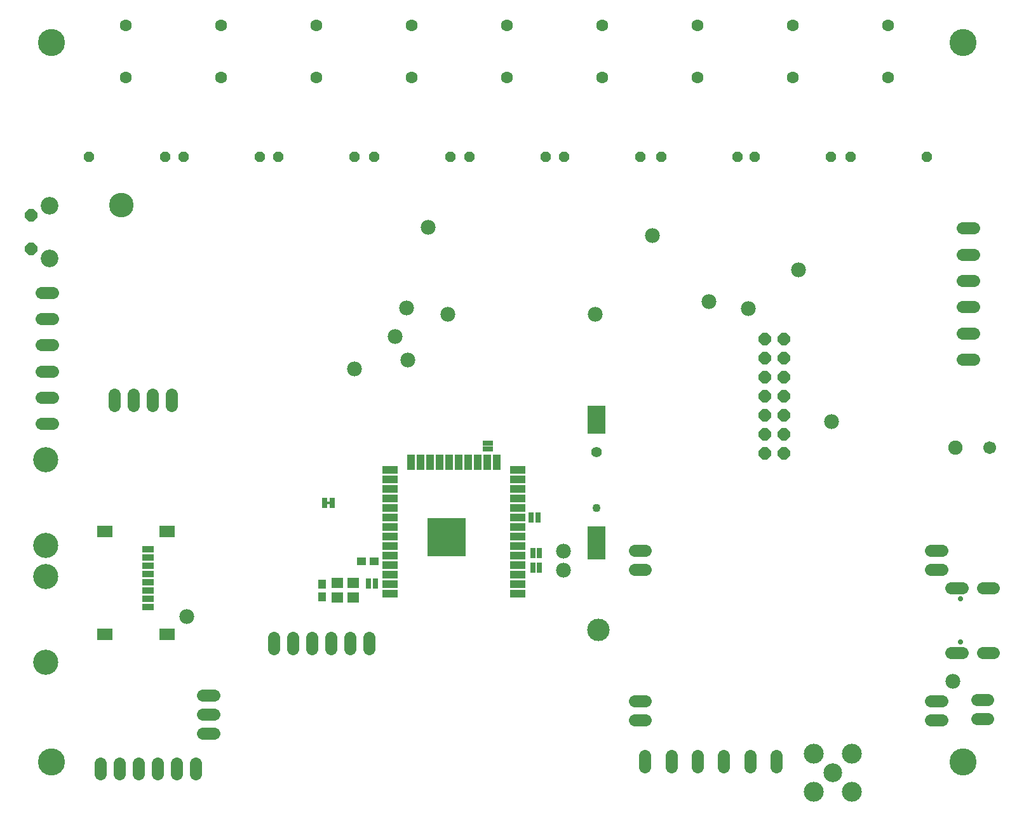
<source format=gbr>
G04 EAGLE Gerber RS-274X export*
G75*
%MOMM*%
%FSLAX34Y34*%
%LPD*%
%INSoldermask Bottom*%
%IPPOS*%
%AMOC8*
5,1,8,0,0,1.08239X$1,22.5*%
G01*
%ADD10C,3.601600*%
%ADD11C,3.281600*%
%ADD12C,1.601600*%
%ADD13C,1.601600*%
%ADD14C,1.701600*%
%ADD15C,1.901600*%
%ADD16C,3.351600*%
%ADD17C,3.001600*%
%ADD18P,1.429621X8X22.500000*%
%ADD19R,5.101600X5.101600*%
%ADD20R,2.101600X1.001600*%
%ADD21R,1.001600X2.101600*%
%ADD22R,1.201600X1.101600*%
%ADD23C,1.981200*%
%ADD24R,1.371600X0.736600*%
%ADD25R,0.736600X1.371600*%
%ADD26R,1.601600X1.401600*%
%ADD27R,1.101600X1.201600*%
%ADD28C,0.701600*%
%ADD29R,2.401600X4.401600*%
%ADD30R,2.401600X3.761600*%
%ADD31C,1.401600*%
%ADD32C,1.101600*%
%ADD33P,1.759533X8X292.500000*%
%ADD34C,2.349500*%
%ADD35R,2.101600X1.551600*%
%ADD36R,1.601600X0.901600*%
%ADD37C,2.501600*%
%ADD38C,2.651600*%

G36*
X420717Y393268D02*
X420717Y393268D01*
X420783Y393270D01*
X420827Y393288D01*
X420873Y393296D01*
X420930Y393330D01*
X420991Y393355D01*
X421026Y393386D01*
X421066Y393410D01*
X421108Y393462D01*
X421157Y393506D01*
X421178Y393548D01*
X421208Y393585D01*
X421229Y393647D01*
X421259Y393706D01*
X421267Y393760D01*
X421280Y393797D01*
X421279Y393837D01*
X421287Y393891D01*
X421287Y396431D01*
X421275Y396496D01*
X421273Y396561D01*
X421255Y396605D01*
X421247Y396652D01*
X421214Y396709D01*
X421189Y396769D01*
X421157Y396804D01*
X421133Y396845D01*
X421082Y396886D01*
X421037Y396935D01*
X420995Y396957D01*
X420959Y396986D01*
X420896Y397007D01*
X420838Y397038D01*
X420783Y397046D01*
X420746Y397058D01*
X420707Y397057D01*
X420652Y397065D01*
X416842Y397065D01*
X416778Y397054D01*
X416712Y397052D01*
X416668Y397034D01*
X416622Y397026D01*
X416565Y396992D01*
X416504Y396967D01*
X416469Y396935D01*
X416428Y396911D01*
X416387Y396860D01*
X416338Y396816D01*
X416317Y396774D01*
X416287Y396737D01*
X416266Y396675D01*
X416236Y396616D01*
X416228Y396562D01*
X416215Y396525D01*
X416215Y396522D01*
X416216Y396485D01*
X416208Y396431D01*
X416208Y393891D01*
X416220Y393826D01*
X416222Y393760D01*
X416240Y393717D01*
X416248Y393670D01*
X416281Y393613D01*
X416306Y393552D01*
X416338Y393518D01*
X416362Y393477D01*
X416413Y393435D01*
X416457Y393387D01*
X416500Y393365D01*
X416536Y393336D01*
X416598Y393314D01*
X416657Y393284D01*
X416712Y393276D01*
X416749Y393264D01*
X416788Y393265D01*
X416842Y393257D01*
X420652Y393257D01*
X420717Y393268D01*
G37*
D10*
X1265000Y1008500D03*
X49500Y1008500D03*
X49500Y49500D03*
X1265000Y49500D03*
D11*
X143000Y792000D03*
D12*
X1283150Y107125D02*
X1298150Y107125D01*
X1298150Y132525D02*
X1283150Y132525D01*
D13*
X149000Y1032000D03*
X149000Y962000D03*
X276000Y1032000D03*
X276000Y962000D03*
X403000Y1032000D03*
X403000Y962000D03*
X784000Y1032000D03*
X784000Y962000D03*
X657000Y1032000D03*
X657000Y962000D03*
X530000Y1032000D03*
X530000Y962000D03*
X911000Y1032000D03*
X911000Y962000D03*
X1038000Y1032000D03*
X1038000Y962000D03*
X1165000Y1032000D03*
X1165000Y962000D03*
D14*
X1300000Y469000D03*
D15*
X1255000Y469000D03*
D16*
X42500Y452762D03*
X42500Y338462D03*
D17*
X778842Y225878D03*
D12*
X826705Y305821D02*
X841705Y305821D01*
X1221705Y305821D02*
X1236705Y305821D01*
X841705Y130821D02*
X826705Y130821D01*
X1221705Y130821D02*
X1236705Y130821D01*
X841705Y331221D02*
X826705Y331221D01*
X1221705Y105421D02*
X1236705Y105421D01*
X841705Y105421D02*
X826705Y105421D01*
X1221705Y331221D02*
X1236705Y331221D01*
D18*
X99426Y856405D03*
X201026Y856405D03*
X225951Y856405D03*
X327551Y856405D03*
X352419Y856405D03*
X454019Y856405D03*
X733200Y856405D03*
X834800Y856405D03*
X606811Y856405D03*
X708411Y856405D03*
X480097Y856405D03*
X581697Y856405D03*
X862179Y856405D03*
X963779Y856405D03*
X987246Y856405D03*
X1088846Y856405D03*
X1115083Y856405D03*
X1216683Y856405D03*
D19*
X576260Y348925D03*
D20*
X501260Y273925D03*
X501260Y286625D03*
X501260Y299325D03*
X501260Y312025D03*
X501260Y324725D03*
X501260Y337425D03*
X501260Y350125D03*
X501260Y362825D03*
X501260Y375525D03*
X501260Y388225D03*
X501260Y400925D03*
X501260Y413625D03*
X501260Y426325D03*
X501260Y439025D03*
D21*
X529110Y449025D03*
X541810Y449025D03*
X554510Y449025D03*
X567210Y449025D03*
X579910Y449025D03*
X592610Y449025D03*
X605310Y449025D03*
X618010Y449025D03*
X630710Y449025D03*
X643410Y449025D03*
D20*
X671260Y439025D03*
X671260Y426325D03*
X671260Y413625D03*
X671260Y400925D03*
X671260Y388225D03*
X671260Y375525D03*
X671260Y362825D03*
X671260Y350125D03*
X671260Y337425D03*
X671260Y324725D03*
X671260Y312025D03*
X671260Y299325D03*
X671260Y286625D03*
X671260Y273925D03*
D22*
X463195Y317250D03*
X480195Y317250D03*
D23*
X731799Y304967D03*
X731799Y330367D03*
D24*
X631027Y466863D03*
X631027Y474991D03*
D25*
X700402Y308392D03*
X691402Y308392D03*
X700406Y328383D03*
X691406Y328383D03*
D26*
X451867Y288277D03*
X451867Y269277D03*
X431002Y288277D03*
X431002Y269277D03*
D27*
X410785Y286365D03*
X410785Y269365D03*
D12*
X1249000Y195300D02*
X1264000Y195300D01*
D28*
X1261500Y209600D03*
X1261500Y267400D03*
D12*
X1264000Y281800D02*
X1249000Y281800D01*
X1290800Y195300D02*
X1305800Y195300D01*
X1305800Y281800D02*
X1290800Y281800D01*
D16*
X42500Y296762D03*
X42500Y182462D03*
D25*
X481540Y287155D03*
X472540Y287155D03*
X689142Y375370D03*
X698142Y375370D03*
D12*
X133900Y524500D02*
X133900Y539500D01*
X159300Y539500D02*
X159300Y524500D01*
X184700Y524500D02*
X184700Y539500D01*
X210100Y539500D02*
X210100Y524500D01*
D29*
X776071Y341577D03*
D30*
X776071Y505990D03*
D31*
X776071Y463035D03*
D32*
X776071Y388035D03*
D12*
X345953Y215577D02*
X345953Y200577D01*
X371353Y200577D02*
X371353Y215577D01*
X396753Y215577D02*
X396753Y200577D01*
X422153Y200577D02*
X422153Y215577D01*
X447553Y215577D02*
X447553Y200577D01*
X472953Y200577D02*
X472953Y215577D01*
D33*
X22506Y778971D03*
X22506Y733759D03*
D34*
X47398Y791417D03*
X47398Y721313D03*
D35*
X204286Y357263D03*
X204286Y219763D03*
X121286Y357263D03*
X121286Y219763D03*
D36*
X178286Y256463D03*
X178286Y267463D03*
X178286Y278463D03*
X178286Y289463D03*
X178286Y300463D03*
X178286Y311463D03*
X178286Y322463D03*
X178286Y333463D03*
D12*
X1264303Y656441D02*
X1279303Y656441D01*
X1279303Y621441D02*
X1264303Y621441D01*
X1264303Y586441D02*
X1279303Y586441D01*
X1279303Y691441D02*
X1264303Y691441D01*
X1264303Y726441D02*
X1279303Y726441D01*
X1279303Y761441D02*
X1264303Y761441D01*
X51470Y605510D02*
X36470Y605510D01*
X36470Y640510D02*
X51470Y640510D01*
X51470Y675510D02*
X36470Y675510D01*
X36470Y570510D02*
X51470Y570510D01*
X51470Y535510D02*
X36470Y535510D01*
X36470Y500510D02*
X51470Y500510D01*
X910870Y57820D02*
X910870Y42820D01*
X875870Y42820D02*
X875870Y57820D01*
X840870Y57820D02*
X840870Y42820D01*
X945870Y42820D02*
X945870Y57820D01*
X980870Y57820D02*
X980870Y42820D01*
X1015870Y42820D02*
X1015870Y57820D01*
X114760Y48248D02*
X114760Y33248D01*
X140160Y33248D02*
X140160Y48248D01*
X165560Y48248D02*
X165560Y33248D01*
X190960Y33248D02*
X190960Y48248D01*
X216360Y48248D02*
X216360Y33248D01*
X241760Y33248D02*
X241760Y48248D01*
D23*
X578471Y646481D03*
X229843Y243741D03*
X850326Y751378D03*
X551894Y762572D03*
X1045327Y706120D03*
D25*
X413667Y395161D03*
X423827Y395161D03*
D23*
X1251577Y157488D03*
X1089303Y503535D03*
D12*
X266340Y138406D02*
X251340Y138406D01*
X251340Y113006D02*
X266340Y113006D01*
X266340Y87606D02*
X251340Y87606D01*
D37*
X1090862Y35592D03*
D38*
X1116262Y10192D03*
X1116262Y60992D03*
X1065462Y60992D03*
X1065462Y10192D03*
D23*
X523286Y654695D03*
X508201Y617070D03*
X774222Y646410D03*
X524871Y585422D03*
D33*
X1000869Y613890D03*
X1026269Y613890D03*
X1000869Y588490D03*
X1026269Y588490D03*
X1000869Y563090D03*
X1026269Y563090D03*
X1000869Y537690D03*
X1026269Y537690D03*
X1000869Y512290D03*
X1026269Y512290D03*
X1000869Y486890D03*
X1026269Y486890D03*
X1000869Y461490D03*
X1026269Y461490D03*
D23*
X454030Y573484D03*
X926310Y663402D03*
X978802Y653722D03*
M02*

</source>
